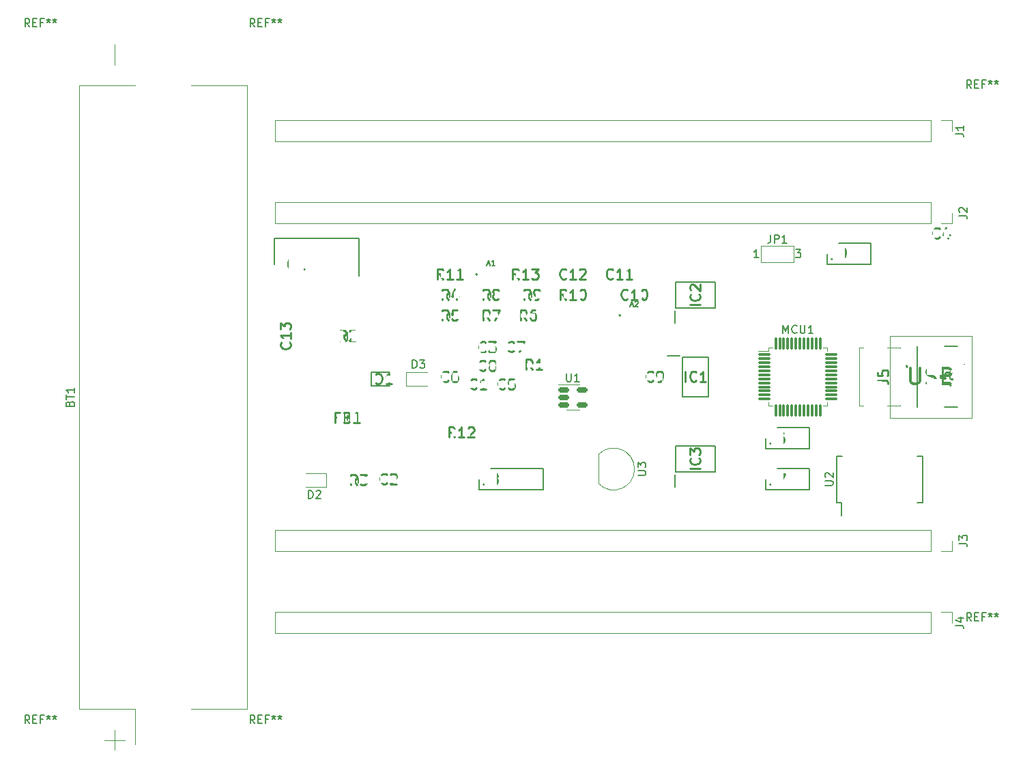
<source format=gto>
G04 #@! TF.GenerationSoftware,KiCad,Pcbnew,(6.0.1)*
G04 #@! TF.CreationDate,2022-04-11T21:44:22+02:00*
G04 #@! TF.ProjectId,main,6d61696e-2e6b-4696-9361-645f70636258,rev?*
G04 #@! TF.SameCoordinates,Original*
G04 #@! TF.FileFunction,Legend,Top*
G04 #@! TF.FilePolarity,Positive*
%FSLAX46Y46*%
G04 Gerber Fmt 4.6, Leading zero omitted, Abs format (unit mm)*
G04 Created by KiCad (PCBNEW (6.0.1)) date 2022-04-11 21:44:22*
%MOMM*%
%LPD*%
G01*
G04 APERTURE LIST*
G04 Aperture macros list*
%AMRoundRect*
0 Rectangle with rounded corners*
0 $1 Rounding radius*
0 $2 $3 $4 $5 $6 $7 $8 $9 X,Y pos of 4 corners*
0 Add a 4 corners polygon primitive as box body*
4,1,4,$2,$3,$4,$5,$6,$7,$8,$9,$2,$3,0*
0 Add four circle primitives for the rounded corners*
1,1,$1+$1,$2,$3*
1,1,$1+$1,$4,$5*
1,1,$1+$1,$6,$7*
1,1,$1+$1,$8,$9*
0 Add four rect primitives between the rounded corners*
20,1,$1+$1,$2,$3,$4,$5,0*
20,1,$1+$1,$4,$5,$6,$7,0*
20,1,$1+$1,$6,$7,$8,$9,0*
20,1,$1+$1,$8,$9,$2,$3,0*%
G04 Aperture macros list end*
%ADD10C,0.100000*%
%ADD11C,0.300000*%
%ADD12C,0.254000*%
%ADD13C,0.150000*%
%ADD14C,0.200000*%
%ADD15C,0.120000*%
%ADD16R,0.900000X1.000000*%
%ADD17R,0.760000X0.980000*%
%ADD18RoundRect,0.150000X-0.512500X-0.150000X0.512500X-0.150000X0.512500X0.150000X-0.512500X0.150000X0*%
%ADD19R,0.730000X0.940000*%
%ADD20R,0.950000X1.400000*%
%ADD21R,1.650000X1.650000*%
%ADD22C,1.650000*%
%ADD23C,2.100000*%
%ADD24R,0.900000X0.950000*%
%ADD25R,0.800000X0.950000*%
%ADD26R,1.380000X0.450000*%
%ADD27R,2.100000X1.300000*%
%ADD28R,1.900000X1.175000*%
%ADD29R,1.900000X2.375000*%
%ADD30R,1.920000X1.920000*%
%ADD31C,1.920000*%
%ADD32R,3.400000X1.800000*%
%ADD33R,1.700000X1.700000*%
%ADD34O,1.700000X1.700000*%
%ADD35R,1.250000X0.400000*%
%ADD36C,1.300000*%
%ADD37C,1.900000*%
%ADD38R,1.350000X0.600000*%
%ADD39R,0.800000X0.800000*%
%ADD40R,1.525000X0.650000*%
%ADD41R,0.600000X0.450000*%
%ADD42RoundRect,0.075000X-0.662500X-0.075000X0.662500X-0.075000X0.662500X0.075000X-0.662500X0.075000X0*%
%ADD43RoundRect,0.075000X-0.075000X-0.662500X0.075000X-0.662500X0.075000X0.662500X-0.075000X0.662500X0*%
%ADD44R,1.000000X1.500000*%
%ADD45R,0.750000X0.600000*%
%ADD46R,0.700000X0.600000*%
%ADD47R,0.450000X1.750000*%
%ADD48R,0.650000X1.525000*%
%ADD49R,0.940000X0.730000*%
%ADD50C,2.390000*%
%ADD51C,3.450000*%
%ADD52R,6.350000X7.340000*%
%ADD53R,1.500000X1.050000*%
%ADD54O,1.500000X1.050000*%
G04 APERTURE END LIST*
D10*
X173982212Y-91440000D02*
X184142212Y-91440000D01*
X184142212Y-91440000D02*
X184142212Y-101600000D01*
X184142212Y-101600000D02*
X173982212Y-101600000D01*
X173982212Y-101600000D02*
X173982212Y-91440000D01*
D11*
X176538402Y-95424761D02*
X176538402Y-97043809D01*
X176633640Y-97234285D01*
X176728878Y-97329523D01*
X176919354Y-97424761D01*
X177300307Y-97424761D01*
X177490783Y-97329523D01*
X177586021Y-97234285D01*
X177681259Y-97043809D01*
X177681259Y-95424761D01*
X178538402Y-97329523D02*
X178824116Y-97424761D01*
X179300307Y-97424761D01*
X179490783Y-97329523D01*
X179586021Y-97234285D01*
X179681259Y-97043809D01*
X179681259Y-96853333D01*
X179586021Y-96662857D01*
X179490783Y-96567619D01*
X179300307Y-96472380D01*
X178919354Y-96377142D01*
X178728878Y-96281904D01*
X178633640Y-96186666D01*
X178538402Y-95996190D01*
X178538402Y-95805714D01*
X178633640Y-95615238D01*
X178728878Y-95520000D01*
X178919354Y-95424761D01*
X179395545Y-95424761D01*
X179681259Y-95520000D01*
X181205069Y-96377142D02*
X181490783Y-96472380D01*
X181586021Y-96567619D01*
X181681259Y-96758095D01*
X181681259Y-97043809D01*
X181586021Y-97234285D01*
X181490783Y-97329523D01*
X181300307Y-97424761D01*
X180538402Y-97424761D01*
X180538402Y-95424761D01*
X181205069Y-95424761D01*
X181395545Y-95520000D01*
X181490783Y-95615238D01*
X181586021Y-95805714D01*
X181586021Y-95996190D01*
X181490783Y-96186666D01*
X181395545Y-96281904D01*
X181205069Y-96377142D01*
X180538402Y-96377142D01*
D12*
X105581666Y-101509285D02*
X105158333Y-101509285D01*
X105158333Y-102174523D02*
X105158333Y-100904523D01*
X105763095Y-100904523D01*
X106670238Y-101509285D02*
X106851666Y-101569761D01*
X106912142Y-101630238D01*
X106972619Y-101751190D01*
X106972619Y-101932619D01*
X106912142Y-102053571D01*
X106851666Y-102114047D01*
X106730714Y-102174523D01*
X106246904Y-102174523D01*
X106246904Y-100904523D01*
X106670238Y-100904523D01*
X106791190Y-100965000D01*
X106851666Y-101025476D01*
X106912142Y-101146428D01*
X106912142Y-101267380D01*
X106851666Y-101388333D01*
X106791190Y-101448809D01*
X106670238Y-101509285D01*
X106246904Y-101509285D01*
X108182142Y-102174523D02*
X107456428Y-102174523D01*
X107819285Y-102174523D02*
X107819285Y-100904523D01*
X107698333Y-101085952D01*
X107577380Y-101206904D01*
X107456428Y-101267380D01*
X119168333Y-96973571D02*
X119107857Y-97034047D01*
X118926428Y-97094523D01*
X118805476Y-97094523D01*
X118624047Y-97034047D01*
X118503095Y-96913095D01*
X118442619Y-96792142D01*
X118382142Y-96550238D01*
X118382142Y-96368809D01*
X118442619Y-96126904D01*
X118503095Y-96005952D01*
X118624047Y-95885000D01*
X118805476Y-95824523D01*
X118926428Y-95824523D01*
X119107857Y-95885000D01*
X119168333Y-95945476D01*
X120256904Y-95824523D02*
X120015000Y-95824523D01*
X119894047Y-95885000D01*
X119833571Y-95945476D01*
X119712619Y-96126904D01*
X119652142Y-96368809D01*
X119652142Y-96852619D01*
X119712619Y-96973571D01*
X119773095Y-97034047D01*
X119894047Y-97094523D01*
X120135952Y-97094523D01*
X120256904Y-97034047D01*
X120317380Y-96973571D01*
X120377857Y-96852619D01*
X120377857Y-96550238D01*
X120317380Y-96429285D01*
X120256904Y-96368809D01*
X120135952Y-96308333D01*
X119894047Y-96308333D01*
X119773095Y-96368809D01*
X119712619Y-96429285D01*
X119652142Y-96550238D01*
D13*
X133858095Y-96112380D02*
X133858095Y-96921904D01*
X133905714Y-97017142D01*
X133953333Y-97064761D01*
X134048571Y-97112380D01*
X134239047Y-97112380D01*
X134334285Y-97064761D01*
X134381904Y-97017142D01*
X134429523Y-96921904D01*
X134429523Y-96112380D01*
X135429523Y-97112380D02*
X134858095Y-97112380D01*
X135143809Y-97112380D02*
X135143809Y-96112380D01*
X135048571Y-96255238D01*
X134953333Y-96350476D01*
X134858095Y-96398095D01*
D12*
X133803571Y-84273571D02*
X133743095Y-84334047D01*
X133561666Y-84394523D01*
X133440714Y-84394523D01*
X133259285Y-84334047D01*
X133138333Y-84213095D01*
X133077857Y-84092142D01*
X133017380Y-83850238D01*
X133017380Y-83668809D01*
X133077857Y-83426904D01*
X133138333Y-83305952D01*
X133259285Y-83185000D01*
X133440714Y-83124523D01*
X133561666Y-83124523D01*
X133743095Y-83185000D01*
X133803571Y-83245476D01*
X135013095Y-84394523D02*
X134287380Y-84394523D01*
X134650238Y-84394523D02*
X134650238Y-83124523D01*
X134529285Y-83305952D01*
X134408333Y-83426904D01*
X134287380Y-83487380D01*
X135496904Y-83245476D02*
X135557380Y-83185000D01*
X135678333Y-83124523D01*
X135980714Y-83124523D01*
X136101666Y-83185000D01*
X136162142Y-83245476D01*
X136222619Y-83366428D01*
X136222619Y-83487380D01*
X136162142Y-83668809D01*
X135436428Y-84394523D01*
X136222619Y-84394523D01*
X106468333Y-92014523D02*
X106045000Y-91409761D01*
X105742619Y-92014523D02*
X105742619Y-90744523D01*
X106226428Y-90744523D01*
X106347380Y-90805000D01*
X106407857Y-90865476D01*
X106468333Y-90986428D01*
X106468333Y-91167857D01*
X106407857Y-91288809D01*
X106347380Y-91349285D01*
X106226428Y-91409761D01*
X105742619Y-91409761D01*
X106952142Y-90865476D02*
X107012619Y-90805000D01*
X107133571Y-90744523D01*
X107435952Y-90744523D01*
X107556904Y-90805000D01*
X107617380Y-90865476D01*
X107677857Y-90986428D01*
X107677857Y-91107380D01*
X107617380Y-91288809D01*
X106891666Y-92014523D01*
X107677857Y-92014523D01*
X124036666Y-108524523D02*
X124036666Y-109431666D01*
X123976190Y-109613095D01*
X123855238Y-109734047D01*
X123673809Y-109794523D01*
X123552857Y-109794523D01*
X124822857Y-109068809D02*
X124701904Y-109008333D01*
X124641428Y-108947857D01*
X124580952Y-108826904D01*
X124580952Y-108766428D01*
X124641428Y-108645476D01*
X124701904Y-108585000D01*
X124822857Y-108524523D01*
X125064761Y-108524523D01*
X125185714Y-108585000D01*
X125246190Y-108645476D01*
X125306666Y-108766428D01*
X125306666Y-108826904D01*
X125246190Y-108947857D01*
X125185714Y-109008333D01*
X125064761Y-109068809D01*
X124822857Y-109068809D01*
X124701904Y-109129285D01*
X124641428Y-109189761D01*
X124580952Y-109310714D01*
X124580952Y-109552619D01*
X124641428Y-109673571D01*
X124701904Y-109734047D01*
X124822857Y-109794523D01*
X125064761Y-109794523D01*
X125185714Y-109734047D01*
X125246190Y-109673571D01*
X125306666Y-109552619D01*
X125306666Y-109310714D01*
X125246190Y-109189761D01*
X125185714Y-109129285D01*
X125064761Y-109068809D01*
D13*
X95186666Y-139492380D02*
X94853333Y-139016190D01*
X94615238Y-139492380D02*
X94615238Y-138492380D01*
X94996190Y-138492380D01*
X95091428Y-138540000D01*
X95139047Y-138587619D01*
X95186666Y-138682857D01*
X95186666Y-138825714D01*
X95139047Y-138920952D01*
X95091428Y-138968571D01*
X94996190Y-139016190D01*
X94615238Y-139016190D01*
X95615238Y-138968571D02*
X95948571Y-138968571D01*
X96091428Y-139492380D02*
X95615238Y-139492380D01*
X95615238Y-138492380D01*
X96091428Y-138492380D01*
X96853333Y-138968571D02*
X96520000Y-138968571D01*
X96520000Y-139492380D02*
X96520000Y-138492380D01*
X96996190Y-138492380D01*
X97520000Y-138492380D02*
X97520000Y-138730476D01*
X97281904Y-138635238D02*
X97520000Y-138730476D01*
X97758095Y-138635238D01*
X97377142Y-138920952D02*
X97520000Y-138730476D01*
X97662857Y-138920952D01*
X98281904Y-138492380D02*
X98281904Y-138730476D01*
X98043809Y-138635238D02*
X98281904Y-138730476D01*
X98520000Y-138635238D01*
X98139047Y-138920952D02*
X98281904Y-138730476D01*
X98424761Y-138920952D01*
D12*
X110252619Y-97379523D02*
X110252619Y-96109523D01*
X110555000Y-96109523D01*
X110736428Y-96170000D01*
X110857380Y-96290952D01*
X110917857Y-96411904D01*
X110978333Y-96653809D01*
X110978333Y-96835238D01*
X110917857Y-97077142D01*
X110857380Y-97198095D01*
X110736428Y-97319047D01*
X110555000Y-97379523D01*
X110252619Y-97379523D01*
X112187857Y-97379523D02*
X111462142Y-97379523D01*
X111825000Y-97379523D02*
X111825000Y-96109523D01*
X111704047Y-96290952D01*
X111583095Y-96411904D01*
X111462142Y-96472380D01*
X119168333Y-89474523D02*
X118745000Y-88869761D01*
X118442619Y-89474523D02*
X118442619Y-88204523D01*
X118926428Y-88204523D01*
X119047380Y-88265000D01*
X119107857Y-88325476D01*
X119168333Y-88446428D01*
X119168333Y-88627857D01*
X119107857Y-88748809D01*
X119047380Y-88809285D01*
X118926428Y-88869761D01*
X118442619Y-88869761D01*
X120317380Y-88204523D02*
X119712619Y-88204523D01*
X119652142Y-88809285D01*
X119712619Y-88748809D01*
X119833571Y-88688333D01*
X120135952Y-88688333D01*
X120256904Y-88748809D01*
X120317380Y-88809285D01*
X120377857Y-88930238D01*
X120377857Y-89232619D01*
X120317380Y-89353571D01*
X120256904Y-89414047D01*
X120135952Y-89474523D01*
X119833571Y-89474523D01*
X119712619Y-89414047D01*
X119652142Y-89353571D01*
D13*
X184086666Y-60752380D02*
X183753333Y-60276190D01*
X183515238Y-60752380D02*
X183515238Y-59752380D01*
X183896190Y-59752380D01*
X183991428Y-59800000D01*
X184039047Y-59847619D01*
X184086666Y-59942857D01*
X184086666Y-60085714D01*
X184039047Y-60180952D01*
X183991428Y-60228571D01*
X183896190Y-60276190D01*
X183515238Y-60276190D01*
X184515238Y-60228571D02*
X184848571Y-60228571D01*
X184991428Y-60752380D02*
X184515238Y-60752380D01*
X184515238Y-59752380D01*
X184991428Y-59752380D01*
X185753333Y-60228571D02*
X185420000Y-60228571D01*
X185420000Y-60752380D02*
X185420000Y-59752380D01*
X185896190Y-59752380D01*
X186420000Y-59752380D02*
X186420000Y-59990476D01*
X186181904Y-59895238D02*
X186420000Y-59990476D01*
X186658095Y-59895238D01*
X186277142Y-60180952D02*
X186420000Y-59990476D01*
X186562857Y-60180952D01*
X187181904Y-59752380D02*
X187181904Y-59990476D01*
X186943809Y-59895238D02*
X187181904Y-59990476D01*
X187420000Y-59895238D01*
X187039047Y-60180952D02*
X187181904Y-59990476D01*
X187324761Y-60180952D01*
D12*
X129328333Y-86934523D02*
X128905000Y-86329761D01*
X128602619Y-86934523D02*
X128602619Y-85664523D01*
X129086428Y-85664523D01*
X129207380Y-85725000D01*
X129267857Y-85785476D01*
X129328333Y-85906428D01*
X129328333Y-86087857D01*
X129267857Y-86208809D01*
X129207380Y-86269285D01*
X129086428Y-86329761D01*
X128602619Y-86329761D01*
X129933095Y-86934523D02*
X130175000Y-86934523D01*
X130295952Y-86874047D01*
X130356428Y-86813571D01*
X130477380Y-86632142D01*
X130537857Y-86390238D01*
X130537857Y-85906428D01*
X130477380Y-85785476D01*
X130416904Y-85725000D01*
X130295952Y-85664523D01*
X130054047Y-85664523D01*
X129933095Y-85725000D01*
X129872619Y-85785476D01*
X129812142Y-85906428D01*
X129812142Y-86208809D01*
X129872619Y-86329761D01*
X129933095Y-86390238D01*
X130054047Y-86450714D01*
X130295952Y-86450714D01*
X130416904Y-86390238D01*
X130477380Y-86329761D01*
X130537857Y-86208809D01*
X180259523Y-97256333D02*
X181166666Y-97256333D01*
X181348095Y-97316809D01*
X181469047Y-97437761D01*
X181529523Y-97619190D01*
X181529523Y-97740142D01*
X180259523Y-96046809D02*
X180259523Y-96651571D01*
X180864285Y-96712047D01*
X180803809Y-96651571D01*
X180743333Y-96530619D01*
X180743333Y-96228238D01*
X180803809Y-96107285D01*
X180864285Y-96046809D01*
X180985238Y-95986333D01*
X181287619Y-95986333D01*
X181408571Y-96046809D01*
X181469047Y-96107285D01*
X181529523Y-96228238D01*
X181529523Y-96530619D01*
X181469047Y-96651571D01*
X181408571Y-96712047D01*
D13*
X67246666Y-53132380D02*
X66913333Y-52656190D01*
X66675238Y-53132380D02*
X66675238Y-52132380D01*
X67056190Y-52132380D01*
X67151428Y-52180000D01*
X67199047Y-52227619D01*
X67246666Y-52322857D01*
X67246666Y-52465714D01*
X67199047Y-52560952D01*
X67151428Y-52608571D01*
X67056190Y-52656190D01*
X66675238Y-52656190D01*
X67675238Y-52608571D02*
X68008571Y-52608571D01*
X68151428Y-53132380D02*
X67675238Y-53132380D01*
X67675238Y-52132380D01*
X68151428Y-52132380D01*
X68913333Y-52608571D02*
X68580000Y-52608571D01*
X68580000Y-53132380D02*
X68580000Y-52132380D01*
X69056190Y-52132380D01*
X69580000Y-52132380D02*
X69580000Y-52370476D01*
X69341904Y-52275238D02*
X69580000Y-52370476D01*
X69818095Y-52275238D01*
X69437142Y-52560952D02*
X69580000Y-52370476D01*
X69722857Y-52560952D01*
X70341904Y-52132380D02*
X70341904Y-52370476D01*
X70103809Y-52275238D02*
X70341904Y-52370476D01*
X70580000Y-52275238D01*
X70199047Y-52560952D02*
X70341904Y-52370476D01*
X70484761Y-52560952D01*
D12*
X100209047Y-83245476D02*
X100088095Y-83185000D01*
X99967142Y-83064047D01*
X99785714Y-82882619D01*
X99664761Y-82822142D01*
X99543809Y-82822142D01*
X99604285Y-83124523D02*
X99483333Y-83064047D01*
X99362380Y-82943095D01*
X99301904Y-82701190D01*
X99301904Y-82277857D01*
X99362380Y-82035952D01*
X99483333Y-81915000D01*
X99604285Y-81854523D01*
X99846190Y-81854523D01*
X99967142Y-81915000D01*
X100088095Y-82035952D01*
X100148571Y-82277857D01*
X100148571Y-82701190D01*
X100088095Y-82943095D01*
X99967142Y-83064047D01*
X99846190Y-83124523D01*
X99604285Y-83124523D01*
X101358095Y-83124523D02*
X100632380Y-83124523D01*
X100995238Y-83124523D02*
X100995238Y-81854523D01*
X100874285Y-82035952D01*
X100753333Y-82156904D01*
X100632380Y-82217380D01*
X126183333Y-97923571D02*
X126122857Y-97984047D01*
X125941428Y-98044523D01*
X125820476Y-98044523D01*
X125639047Y-97984047D01*
X125518095Y-97863095D01*
X125457619Y-97742142D01*
X125397142Y-97500238D01*
X125397142Y-97318809D01*
X125457619Y-97076904D01*
X125518095Y-96955952D01*
X125639047Y-96835000D01*
X125820476Y-96774523D01*
X125941428Y-96774523D01*
X126122857Y-96835000D01*
X126183333Y-96895476D01*
X127332380Y-96774523D02*
X126727619Y-96774523D01*
X126667142Y-97379285D01*
X126727619Y-97318809D01*
X126848571Y-97258333D01*
X127150952Y-97258333D01*
X127271904Y-97318809D01*
X127332380Y-97379285D01*
X127392857Y-97500238D01*
X127392857Y-97802619D01*
X127332380Y-97923571D01*
X127271904Y-97984047D01*
X127150952Y-98044523D01*
X126848571Y-98044523D01*
X126727619Y-97984047D01*
X126667142Y-97923571D01*
X155877380Y-86934523D02*
X156603095Y-86934523D01*
X156240238Y-88204523D02*
X156240238Y-86934523D01*
X157026428Y-88204523D02*
X157026428Y-86934523D01*
X157510238Y-86934523D01*
X157631190Y-86995000D01*
X157691666Y-87055476D01*
X157752142Y-87176428D01*
X157752142Y-87357857D01*
X157691666Y-87478809D01*
X157631190Y-87539285D01*
X157510238Y-87599761D01*
X157026428Y-87599761D01*
X158840714Y-87357857D02*
X158840714Y-88204523D01*
X158538333Y-86874047D02*
X158235952Y-87781190D01*
X159022142Y-87781190D01*
X167216666Y-80584523D02*
X167216666Y-81491666D01*
X167156190Y-81673095D01*
X167035238Y-81794047D01*
X166853809Y-81854523D01*
X166732857Y-81854523D01*
X167881904Y-81854523D02*
X168123809Y-81854523D01*
X168244761Y-81794047D01*
X168305238Y-81733571D01*
X168426190Y-81552142D01*
X168486666Y-81310238D01*
X168486666Y-80826428D01*
X168426190Y-80705476D01*
X168365714Y-80645000D01*
X168244761Y-80584523D01*
X168002857Y-80584523D01*
X167881904Y-80645000D01*
X167821428Y-80705476D01*
X167760952Y-80826428D01*
X167760952Y-81128809D01*
X167821428Y-81249761D01*
X167881904Y-81310238D01*
X168002857Y-81370714D01*
X168244761Y-81370714D01*
X168365714Y-81310238D01*
X168426190Y-81249761D01*
X168486666Y-81128809D01*
D13*
X182562380Y-76533333D02*
X183276666Y-76533333D01*
X183419523Y-76580952D01*
X183514761Y-76676190D01*
X183562380Y-76819047D01*
X183562380Y-76914285D01*
X182657619Y-76104761D02*
X182610000Y-76057142D01*
X182562380Y-75961904D01*
X182562380Y-75723809D01*
X182610000Y-75628571D01*
X182657619Y-75580952D01*
X182752857Y-75533333D01*
X182848095Y-75533333D01*
X182990952Y-75580952D01*
X183562380Y-76152380D01*
X183562380Y-75533333D01*
D12*
X172476735Y-96943333D02*
X173383878Y-96943333D01*
X173565307Y-97003809D01*
X173686259Y-97124761D01*
X173746735Y-97306190D01*
X173746735Y-97427142D01*
X172476735Y-95733809D02*
X172476735Y-96338571D01*
X173081497Y-96399047D01*
X173021021Y-96338571D01*
X172960545Y-96217619D01*
X172960545Y-95915238D01*
X173021021Y-95794285D01*
X173081497Y-95733809D01*
X173202450Y-95673333D01*
X173504831Y-95673333D01*
X173625783Y-95733809D01*
X173686259Y-95794285D01*
X173746735Y-95915238D01*
X173746735Y-96217619D01*
X173686259Y-96338571D01*
X173625783Y-96399047D01*
D13*
X67246666Y-139492380D02*
X66913333Y-139016190D01*
X66675238Y-139492380D02*
X66675238Y-138492380D01*
X67056190Y-138492380D01*
X67151428Y-138540000D01*
X67199047Y-138587619D01*
X67246666Y-138682857D01*
X67246666Y-138825714D01*
X67199047Y-138920952D01*
X67151428Y-138968571D01*
X67056190Y-139016190D01*
X66675238Y-139016190D01*
X67675238Y-138968571D02*
X68008571Y-138968571D01*
X68151428Y-139492380D02*
X67675238Y-139492380D01*
X67675238Y-138492380D01*
X68151428Y-138492380D01*
X68913333Y-138968571D02*
X68580000Y-138968571D01*
X68580000Y-139492380D02*
X68580000Y-138492380D01*
X69056190Y-138492380D01*
X69580000Y-138492380D02*
X69580000Y-138730476D01*
X69341904Y-138635238D02*
X69580000Y-138730476D01*
X69818095Y-138635238D01*
X69437142Y-138920952D02*
X69580000Y-138730476D01*
X69722857Y-138920952D01*
X70341904Y-138492380D02*
X70341904Y-138730476D01*
X70103809Y-138635238D02*
X70341904Y-138730476D01*
X70580000Y-138635238D01*
X70199047Y-138920952D02*
X70341904Y-138730476D01*
X70484761Y-138920952D01*
X141814857Y-87600266D02*
X142119619Y-87600266D01*
X141753904Y-87783123D02*
X141967238Y-87143123D01*
X142180571Y-87783123D01*
X142363428Y-87204076D02*
X142393904Y-87173600D01*
X142454857Y-87143123D01*
X142607238Y-87143123D01*
X142668190Y-87173600D01*
X142698666Y-87204076D01*
X142729142Y-87265028D01*
X142729142Y-87325980D01*
X142698666Y-87417409D01*
X142332952Y-87783123D01*
X142729142Y-87783123D01*
D12*
X180128333Y-79193571D02*
X180067857Y-79254047D01*
X179886428Y-79314523D01*
X179765476Y-79314523D01*
X179584047Y-79254047D01*
X179463095Y-79133095D01*
X179402619Y-79012142D01*
X179342142Y-78770238D01*
X179342142Y-78588809D01*
X179402619Y-78346904D01*
X179463095Y-78225952D01*
X179584047Y-78105000D01*
X179765476Y-78044523D01*
X179886428Y-78044523D01*
X180067857Y-78105000D01*
X180128333Y-78165476D01*
X181216904Y-78467857D02*
X181216904Y-79314523D01*
X180914523Y-77984047D02*
X180612142Y-78891190D01*
X181398333Y-78891190D01*
X148620238Y-97094523D02*
X148620238Y-95824523D01*
X149950714Y-96973571D02*
X149890238Y-97034047D01*
X149708809Y-97094523D01*
X149587857Y-97094523D01*
X149406428Y-97034047D01*
X149285476Y-96913095D01*
X149225000Y-96792142D01*
X149164523Y-96550238D01*
X149164523Y-96368809D01*
X149225000Y-96126904D01*
X149285476Y-96005952D01*
X149406428Y-95885000D01*
X149587857Y-95824523D01*
X149708809Y-95824523D01*
X149890238Y-95885000D01*
X149950714Y-95945476D01*
X151160238Y-97094523D02*
X150434523Y-97094523D01*
X150797380Y-97094523D02*
X150797380Y-95824523D01*
X150676428Y-96005952D01*
X150555476Y-96126904D01*
X150434523Y-96187380D01*
D13*
X101836904Y-111602380D02*
X101836904Y-110602380D01*
X102075000Y-110602380D01*
X102217857Y-110650000D01*
X102313095Y-110745238D01*
X102360714Y-110840476D01*
X102408333Y-111030952D01*
X102408333Y-111173809D01*
X102360714Y-111364285D01*
X102313095Y-111459523D01*
X102217857Y-111554761D01*
X102075000Y-111602380D01*
X101836904Y-111602380D01*
X102789285Y-110697619D02*
X102836904Y-110650000D01*
X102932142Y-110602380D01*
X103170238Y-110602380D01*
X103265476Y-110650000D01*
X103313095Y-110697619D01*
X103360714Y-110792857D01*
X103360714Y-110888095D01*
X103313095Y-111030952D01*
X102741666Y-111602380D01*
X103360714Y-111602380D01*
X160726666Y-91122380D02*
X160726666Y-90122380D01*
X161060000Y-90836666D01*
X161393333Y-90122380D01*
X161393333Y-91122380D01*
X162440952Y-91027142D02*
X162393333Y-91074761D01*
X162250476Y-91122380D01*
X162155238Y-91122380D01*
X162012380Y-91074761D01*
X161917142Y-90979523D01*
X161869523Y-90884285D01*
X161821904Y-90693809D01*
X161821904Y-90550952D01*
X161869523Y-90360476D01*
X161917142Y-90265238D01*
X162012380Y-90170000D01*
X162155238Y-90122380D01*
X162250476Y-90122380D01*
X162393333Y-90170000D01*
X162440952Y-90217619D01*
X162869523Y-90122380D02*
X162869523Y-90931904D01*
X162917142Y-91027142D01*
X162964761Y-91074761D01*
X163060000Y-91122380D01*
X163250476Y-91122380D01*
X163345714Y-91074761D01*
X163393333Y-91027142D01*
X163440952Y-90931904D01*
X163440952Y-90122380D01*
X164440952Y-91122380D02*
X163869523Y-91122380D01*
X164155238Y-91122380D02*
X164155238Y-90122380D01*
X164060000Y-90265238D01*
X163964761Y-90360476D01*
X163869523Y-90408095D01*
D12*
X154607380Y-104714523D02*
X155333095Y-104714523D01*
X154970238Y-105984523D02*
X154970238Y-104714523D01*
X155756428Y-105984523D02*
X155756428Y-104714523D01*
X156240238Y-104714523D01*
X156361190Y-104775000D01*
X156421666Y-104835476D01*
X156482142Y-104956428D01*
X156482142Y-105137857D01*
X156421666Y-105258809D01*
X156361190Y-105319285D01*
X156240238Y-105379761D01*
X155756428Y-105379761D01*
X157086904Y-105984523D02*
X157328809Y-105984523D01*
X157449761Y-105924047D01*
X157510238Y-105863571D01*
X157631190Y-105682142D01*
X157691666Y-105440238D01*
X157691666Y-104956428D01*
X157631190Y-104835476D01*
X157570714Y-104775000D01*
X157449761Y-104714523D01*
X157207857Y-104714523D01*
X157086904Y-104775000D01*
X157026428Y-104835476D01*
X156965952Y-104956428D01*
X156965952Y-105258809D01*
X157026428Y-105379761D01*
X157086904Y-105440238D01*
X157207857Y-105500714D01*
X157449761Y-105500714D01*
X157570714Y-105440238D01*
X157631190Y-105379761D01*
X157691666Y-105258809D01*
D13*
X124034857Y-82520266D02*
X124339619Y-82520266D01*
X123973904Y-82703123D02*
X124187238Y-82063123D01*
X124400571Y-82703123D01*
X124949142Y-82703123D02*
X124583428Y-82703123D01*
X124766285Y-82703123D02*
X124766285Y-82063123D01*
X124705333Y-82154552D01*
X124644380Y-82215504D01*
X124583428Y-82245980D01*
D12*
X119973571Y-104024523D02*
X119550238Y-103419761D01*
X119247857Y-104024523D02*
X119247857Y-102754523D01*
X119731666Y-102754523D01*
X119852619Y-102815000D01*
X119913095Y-102875476D01*
X119973571Y-102996428D01*
X119973571Y-103177857D01*
X119913095Y-103298809D01*
X119852619Y-103359285D01*
X119731666Y-103419761D01*
X119247857Y-103419761D01*
X121183095Y-104024523D02*
X120457380Y-104024523D01*
X120820238Y-104024523D02*
X120820238Y-102754523D01*
X120699285Y-102935952D01*
X120578333Y-103056904D01*
X120457380Y-103117380D01*
X121666904Y-102875476D02*
X121727380Y-102815000D01*
X121848333Y-102754523D01*
X122150714Y-102754523D01*
X122271666Y-102815000D01*
X122332142Y-102875476D01*
X122392619Y-102996428D01*
X122392619Y-103117380D01*
X122332142Y-103298809D01*
X121606428Y-104024523D01*
X122392619Y-104024523D01*
D13*
X114751904Y-95432380D02*
X114751904Y-94432380D01*
X114990000Y-94432380D01*
X115132857Y-94480000D01*
X115228095Y-94575238D01*
X115275714Y-94670476D01*
X115323333Y-94860952D01*
X115323333Y-95003809D01*
X115275714Y-95194285D01*
X115228095Y-95289523D01*
X115132857Y-95384761D01*
X114990000Y-95432380D01*
X114751904Y-95432380D01*
X115656666Y-94432380D02*
X116275714Y-94432380D01*
X115942380Y-94813333D01*
X116085238Y-94813333D01*
X116180476Y-94860952D01*
X116228095Y-94908571D01*
X116275714Y-95003809D01*
X116275714Y-95241904D01*
X116228095Y-95337142D01*
X116180476Y-95384761D01*
X116085238Y-95432380D01*
X115799523Y-95432380D01*
X115704285Y-95384761D01*
X115656666Y-95337142D01*
D12*
X159596666Y-108524523D02*
X159596666Y-109431666D01*
X159536190Y-109613095D01*
X159415238Y-109734047D01*
X159233809Y-109794523D01*
X159112857Y-109794523D01*
X160080476Y-108524523D02*
X160927142Y-108524523D01*
X160382857Y-109794523D01*
X159596666Y-103444523D02*
X159596666Y-104351666D01*
X159536190Y-104533095D01*
X159415238Y-104654047D01*
X159233809Y-104714523D01*
X159112857Y-104714523D01*
X160745714Y-103444523D02*
X160503809Y-103444523D01*
X160382857Y-103505000D01*
X160322380Y-103565476D01*
X160201428Y-103746904D01*
X160140952Y-103988809D01*
X160140952Y-104472619D01*
X160201428Y-104593571D01*
X160261904Y-104654047D01*
X160382857Y-104714523D01*
X160624761Y-104714523D01*
X160745714Y-104654047D01*
X160806190Y-104593571D01*
X160866666Y-104472619D01*
X160866666Y-104170238D01*
X160806190Y-104049285D01*
X160745714Y-103988809D01*
X160624761Y-103928333D01*
X160382857Y-103928333D01*
X160261904Y-103988809D01*
X160201428Y-104049285D01*
X160140952Y-104170238D01*
X139593571Y-84273571D02*
X139533095Y-84334047D01*
X139351666Y-84394523D01*
X139230714Y-84394523D01*
X139049285Y-84334047D01*
X138928333Y-84213095D01*
X138867857Y-84092142D01*
X138807380Y-83850238D01*
X138807380Y-83668809D01*
X138867857Y-83426904D01*
X138928333Y-83305952D01*
X139049285Y-83185000D01*
X139230714Y-83124523D01*
X139351666Y-83124523D01*
X139533095Y-83185000D01*
X139593571Y-83245476D01*
X140803095Y-84394523D02*
X140077380Y-84394523D01*
X140440238Y-84394523D02*
X140440238Y-83124523D01*
X140319285Y-83305952D01*
X140198333Y-83426904D01*
X140077380Y-83487380D01*
X142012619Y-84394523D02*
X141286904Y-84394523D01*
X141649761Y-84394523D02*
X141649761Y-83124523D01*
X141528809Y-83305952D01*
X141407857Y-83426904D01*
X141286904Y-83487380D01*
D13*
X182122380Y-66373333D02*
X182836666Y-66373333D01*
X182979523Y-66420952D01*
X183074761Y-66516190D01*
X183122380Y-66659047D01*
X183122380Y-66754285D01*
X183122380Y-65373333D02*
X183122380Y-65944761D01*
X183122380Y-65659047D02*
X182122380Y-65659047D01*
X182265238Y-65754285D01*
X182360476Y-65849523D01*
X182408095Y-65944761D01*
D12*
X144568333Y-96973571D02*
X144507857Y-97034047D01*
X144326428Y-97094523D01*
X144205476Y-97094523D01*
X144024047Y-97034047D01*
X143903095Y-96913095D01*
X143842619Y-96792142D01*
X143782142Y-96550238D01*
X143782142Y-96368809D01*
X143842619Y-96126904D01*
X143903095Y-96005952D01*
X144024047Y-95885000D01*
X144205476Y-95824523D01*
X144326428Y-95824523D01*
X144507857Y-95885000D01*
X144568333Y-95945476D01*
X145173095Y-97094523D02*
X145415000Y-97094523D01*
X145535952Y-97034047D01*
X145596428Y-96973571D01*
X145717380Y-96792142D01*
X145777857Y-96550238D01*
X145777857Y-96066428D01*
X145717380Y-95945476D01*
X145656904Y-95885000D01*
X145535952Y-95824523D01*
X145294047Y-95824523D01*
X145173095Y-95885000D01*
X145112619Y-95945476D01*
X145052142Y-96066428D01*
X145052142Y-96368809D01*
X145112619Y-96489761D01*
X145173095Y-96550238D01*
X145294047Y-96610714D01*
X145535952Y-96610714D01*
X145656904Y-96550238D01*
X145717380Y-96489761D01*
X145777857Y-96368809D01*
X127923571Y-84394523D02*
X127500238Y-83789761D01*
X127197857Y-84394523D02*
X127197857Y-83124523D01*
X127681666Y-83124523D01*
X127802619Y-83185000D01*
X127863095Y-83245476D01*
X127923571Y-83366428D01*
X127923571Y-83547857D01*
X127863095Y-83668809D01*
X127802619Y-83729285D01*
X127681666Y-83789761D01*
X127197857Y-83789761D01*
X129133095Y-84394523D02*
X128407380Y-84394523D01*
X128770238Y-84394523D02*
X128770238Y-83124523D01*
X128649285Y-83305952D01*
X128528333Y-83426904D01*
X128407380Y-83487380D01*
X129556428Y-83124523D02*
X130342619Y-83124523D01*
X129919285Y-83608333D01*
X130100714Y-83608333D01*
X130221666Y-83668809D01*
X130282142Y-83729285D01*
X130342619Y-83850238D01*
X130342619Y-84152619D01*
X130282142Y-84273571D01*
X130221666Y-84334047D01*
X130100714Y-84394523D01*
X129737857Y-84394523D01*
X129616904Y-84334047D01*
X129556428Y-84273571D01*
X122683333Y-97923571D02*
X122622857Y-97984047D01*
X122441428Y-98044523D01*
X122320476Y-98044523D01*
X122139047Y-97984047D01*
X122018095Y-97863095D01*
X121957619Y-97742142D01*
X121897142Y-97500238D01*
X121897142Y-97318809D01*
X121957619Y-97076904D01*
X122018095Y-96955952D01*
X122139047Y-96835000D01*
X122320476Y-96774523D01*
X122441428Y-96774523D01*
X122622857Y-96835000D01*
X122683333Y-96895476D01*
X123892857Y-98044523D02*
X123167142Y-98044523D01*
X123530000Y-98044523D02*
X123530000Y-96774523D01*
X123409047Y-96955952D01*
X123288095Y-97076904D01*
X123167142Y-97137380D01*
D13*
X159186666Y-78932380D02*
X159186666Y-79646666D01*
X159139047Y-79789523D01*
X159043809Y-79884761D01*
X158900952Y-79932380D01*
X158805714Y-79932380D01*
X159662857Y-79932380D02*
X159662857Y-78932380D01*
X160043809Y-78932380D01*
X160139047Y-78980000D01*
X160186666Y-79027619D01*
X160234285Y-79122857D01*
X160234285Y-79265714D01*
X160186666Y-79360952D01*
X160139047Y-79408571D01*
X160043809Y-79456190D01*
X159662857Y-79456190D01*
X161186666Y-79932380D02*
X160615238Y-79932380D01*
X160900952Y-79932380D02*
X160900952Y-78932380D01*
X160805714Y-79075238D01*
X160710476Y-79170476D01*
X160615238Y-79218095D01*
X157705714Y-81732380D02*
X157134285Y-81732380D01*
X157420000Y-81732380D02*
X157420000Y-80732380D01*
X157324761Y-80875238D01*
X157229523Y-80970476D01*
X157134285Y-81018095D01*
X162286666Y-80732380D02*
X162905714Y-80732380D01*
X162572380Y-81113333D01*
X162715238Y-81113333D01*
X162810476Y-81160952D01*
X162858095Y-81208571D01*
X162905714Y-81303809D01*
X162905714Y-81541904D01*
X162858095Y-81637142D01*
X162810476Y-81684761D01*
X162715238Y-81732380D01*
X162429523Y-81732380D01*
X162334285Y-81684761D01*
X162286666Y-81637142D01*
D12*
X119168333Y-86934523D02*
X118745000Y-86329761D01*
X118442619Y-86934523D02*
X118442619Y-85664523D01*
X118926428Y-85664523D01*
X119047380Y-85725000D01*
X119107857Y-85785476D01*
X119168333Y-85906428D01*
X119168333Y-86087857D01*
X119107857Y-86208809D01*
X119047380Y-86269285D01*
X118926428Y-86329761D01*
X118442619Y-86329761D01*
X120256904Y-86087857D02*
X120256904Y-86934523D01*
X119954523Y-85604047D02*
X119652142Y-86511190D01*
X120438333Y-86511190D01*
X128873333Y-89474523D02*
X128450000Y-88869761D01*
X128147619Y-89474523D02*
X128147619Y-88204523D01*
X128631428Y-88204523D01*
X128752380Y-88265000D01*
X128812857Y-88325476D01*
X128873333Y-88446428D01*
X128873333Y-88627857D01*
X128812857Y-88748809D01*
X128752380Y-88809285D01*
X128631428Y-88869761D01*
X128147619Y-88869761D01*
X129961904Y-88204523D02*
X129720000Y-88204523D01*
X129599047Y-88265000D01*
X129538571Y-88325476D01*
X129417619Y-88506904D01*
X129357142Y-88748809D01*
X129357142Y-89232619D01*
X129417619Y-89353571D01*
X129478095Y-89414047D01*
X129599047Y-89474523D01*
X129840952Y-89474523D01*
X129961904Y-89414047D01*
X130022380Y-89353571D01*
X130082857Y-89232619D01*
X130082857Y-88930238D01*
X130022380Y-88809285D01*
X129961904Y-88748809D01*
X129840952Y-88688333D01*
X129599047Y-88688333D01*
X129478095Y-88748809D01*
X129417619Y-88809285D01*
X129357142Y-88930238D01*
X133803571Y-86934523D02*
X133380238Y-86329761D01*
X133077857Y-86934523D02*
X133077857Y-85664523D01*
X133561666Y-85664523D01*
X133682619Y-85725000D01*
X133743095Y-85785476D01*
X133803571Y-85906428D01*
X133803571Y-86087857D01*
X133743095Y-86208809D01*
X133682619Y-86269285D01*
X133561666Y-86329761D01*
X133077857Y-86329761D01*
X135013095Y-86934523D02*
X134287380Y-86934523D01*
X134650238Y-86934523D02*
X134650238Y-85664523D01*
X134529285Y-85845952D01*
X134408333Y-85966904D01*
X134287380Y-86027380D01*
X135799285Y-85664523D02*
X135920238Y-85664523D01*
X136041190Y-85725000D01*
X136101666Y-85785476D01*
X136162142Y-85906428D01*
X136222619Y-86148333D01*
X136222619Y-86450714D01*
X136162142Y-86692619D01*
X136101666Y-86813571D01*
X136041190Y-86874047D01*
X135920238Y-86934523D01*
X135799285Y-86934523D01*
X135678333Y-86874047D01*
X135617857Y-86813571D01*
X135557380Y-86692619D01*
X135496904Y-86450714D01*
X135496904Y-86148333D01*
X135557380Y-85906428D01*
X135617857Y-85785476D01*
X135678333Y-85725000D01*
X135799285Y-85664523D01*
X123808333Y-93323571D02*
X123747857Y-93384047D01*
X123566428Y-93444523D01*
X123445476Y-93444523D01*
X123264047Y-93384047D01*
X123143095Y-93263095D01*
X123082619Y-93142142D01*
X123022142Y-92900238D01*
X123022142Y-92718809D01*
X123082619Y-92476904D01*
X123143095Y-92355952D01*
X123264047Y-92235000D01*
X123445476Y-92174523D01*
X123566428Y-92174523D01*
X123747857Y-92235000D01*
X123808333Y-92295476D01*
X124231666Y-92174523D02*
X125017857Y-92174523D01*
X124594523Y-92658333D01*
X124775952Y-92658333D01*
X124896904Y-92718809D01*
X124957380Y-92779285D01*
X125017857Y-92900238D01*
X125017857Y-93202619D01*
X124957380Y-93323571D01*
X124896904Y-93384047D01*
X124775952Y-93444523D01*
X124413095Y-93444523D01*
X124292142Y-93384047D01*
X124231666Y-93323571D01*
X127323333Y-93303571D02*
X127262857Y-93364047D01*
X127081428Y-93424523D01*
X126960476Y-93424523D01*
X126779047Y-93364047D01*
X126658095Y-93243095D01*
X126597619Y-93122142D01*
X126537142Y-92880238D01*
X126537142Y-92698809D01*
X126597619Y-92456904D01*
X126658095Y-92335952D01*
X126779047Y-92215000D01*
X126960476Y-92154523D01*
X127081428Y-92154523D01*
X127262857Y-92215000D01*
X127323333Y-92275476D01*
X127746666Y-92154523D02*
X128593333Y-92154523D01*
X128049047Y-93424523D01*
X111548333Y-109673571D02*
X111487857Y-109734047D01*
X111306428Y-109794523D01*
X111185476Y-109794523D01*
X111004047Y-109734047D01*
X110883095Y-109613095D01*
X110822619Y-109492142D01*
X110762142Y-109250238D01*
X110762142Y-109068809D01*
X110822619Y-108826904D01*
X110883095Y-108705952D01*
X111004047Y-108585000D01*
X111185476Y-108524523D01*
X111306428Y-108524523D01*
X111487857Y-108585000D01*
X111548333Y-108645476D01*
X112032142Y-108645476D02*
X112092619Y-108585000D01*
X112213571Y-108524523D01*
X112515952Y-108524523D01*
X112636904Y-108585000D01*
X112697380Y-108645476D01*
X112757857Y-108766428D01*
X112757857Y-108887380D01*
X112697380Y-109068809D01*
X111971666Y-109794523D01*
X112757857Y-109794523D01*
X129608333Y-95644523D02*
X129185000Y-95039761D01*
X128882619Y-95644523D02*
X128882619Y-94374523D01*
X129366428Y-94374523D01*
X129487380Y-94435000D01*
X129547857Y-94495476D01*
X129608333Y-94616428D01*
X129608333Y-94797857D01*
X129547857Y-94918809D01*
X129487380Y-94979285D01*
X129366428Y-95039761D01*
X128882619Y-95039761D01*
X130817857Y-95644523D02*
X130092142Y-95644523D01*
X130455000Y-95644523D02*
X130455000Y-94374523D01*
X130334047Y-94555952D01*
X130213095Y-94676904D01*
X130092142Y-94737380D01*
D13*
X184086666Y-126792380D02*
X183753333Y-126316190D01*
X183515238Y-126792380D02*
X183515238Y-125792380D01*
X183896190Y-125792380D01*
X183991428Y-125840000D01*
X184039047Y-125887619D01*
X184086666Y-125982857D01*
X184086666Y-126125714D01*
X184039047Y-126220952D01*
X183991428Y-126268571D01*
X183896190Y-126316190D01*
X183515238Y-126316190D01*
X184515238Y-126268571D02*
X184848571Y-126268571D01*
X184991428Y-126792380D02*
X184515238Y-126792380D01*
X184515238Y-125792380D01*
X184991428Y-125792380D01*
X185753333Y-126268571D02*
X185420000Y-126268571D01*
X185420000Y-126792380D02*
X185420000Y-125792380D01*
X185896190Y-125792380D01*
X186420000Y-125792380D02*
X186420000Y-126030476D01*
X186181904Y-125935238D02*
X186420000Y-126030476D01*
X186658095Y-125935238D01*
X186277142Y-126220952D02*
X186420000Y-126030476D01*
X186562857Y-126220952D01*
X187181904Y-125792380D02*
X187181904Y-126030476D01*
X186943809Y-125935238D02*
X187181904Y-126030476D01*
X187420000Y-125935238D01*
X187039047Y-126220952D02*
X187181904Y-126030476D01*
X187324761Y-126220952D01*
X182122380Y-127333333D02*
X182836666Y-127333333D01*
X182979523Y-127380952D01*
X183074761Y-127476190D01*
X183122380Y-127619047D01*
X183122380Y-127714285D01*
X182455714Y-126428571D02*
X183122380Y-126428571D01*
X182074761Y-126666666D02*
X182789047Y-126904761D01*
X182789047Y-126285714D01*
D12*
X143177380Y-90744523D02*
X143903095Y-90744523D01*
X143540238Y-92014523D02*
X143540238Y-90744523D01*
X144326428Y-92014523D02*
X144326428Y-90744523D01*
X144810238Y-90744523D01*
X144931190Y-90805000D01*
X144991666Y-90865476D01*
X145052142Y-90986428D01*
X145052142Y-91167857D01*
X144991666Y-91288809D01*
X144931190Y-91349285D01*
X144810238Y-91409761D01*
X144326428Y-91409761D01*
X146201190Y-90744523D02*
X145596428Y-90744523D01*
X145535952Y-91349285D01*
X145596428Y-91288809D01*
X145717380Y-91228333D01*
X146019761Y-91228333D01*
X146140714Y-91288809D01*
X146201190Y-91349285D01*
X146261666Y-91470238D01*
X146261666Y-91772619D01*
X146201190Y-91893571D01*
X146140714Y-91954047D01*
X146019761Y-92014523D01*
X145717380Y-92014523D01*
X145596428Y-91954047D01*
X145535952Y-91893571D01*
D13*
X165922380Y-109981904D02*
X166731904Y-109981904D01*
X166827142Y-109934285D01*
X166874761Y-109886666D01*
X166922380Y-109791428D01*
X166922380Y-109600952D01*
X166874761Y-109505714D01*
X166827142Y-109458095D01*
X166731904Y-109410476D01*
X165922380Y-109410476D01*
X166017619Y-108981904D02*
X165970000Y-108934285D01*
X165922380Y-108839047D01*
X165922380Y-108600952D01*
X165970000Y-108505714D01*
X166017619Y-108458095D01*
X166112857Y-108410476D01*
X166208095Y-108410476D01*
X166350952Y-108458095D01*
X166922380Y-109029523D01*
X166922380Y-108410476D01*
X95186666Y-53132380D02*
X94853333Y-52656190D01*
X94615238Y-53132380D02*
X94615238Y-52132380D01*
X94996190Y-52132380D01*
X95091428Y-52180000D01*
X95139047Y-52227619D01*
X95186666Y-52322857D01*
X95186666Y-52465714D01*
X95139047Y-52560952D01*
X95091428Y-52608571D01*
X94996190Y-52656190D01*
X94615238Y-52656190D01*
X95615238Y-52608571D02*
X95948571Y-52608571D01*
X96091428Y-53132380D02*
X95615238Y-53132380D01*
X95615238Y-52132380D01*
X96091428Y-52132380D01*
X96853333Y-52608571D02*
X96520000Y-52608571D01*
X96520000Y-53132380D02*
X96520000Y-52132380D01*
X96996190Y-52132380D01*
X97520000Y-52132380D02*
X97520000Y-52370476D01*
X97281904Y-52275238D02*
X97520000Y-52370476D01*
X97758095Y-52275238D01*
X97377142Y-52560952D02*
X97520000Y-52370476D01*
X97662857Y-52560952D01*
X98281904Y-52132380D02*
X98281904Y-52370476D01*
X98043809Y-52275238D02*
X98281904Y-52370476D01*
X98520000Y-52275238D01*
X98139047Y-52560952D02*
X98281904Y-52370476D01*
X98424761Y-52560952D01*
X182562380Y-117173333D02*
X183276666Y-117173333D01*
X183419523Y-117220952D01*
X183514761Y-117316190D01*
X183562380Y-117459047D01*
X183562380Y-117554285D01*
X182562380Y-116792380D02*
X182562380Y-116173333D01*
X182943333Y-116506666D01*
X182943333Y-116363809D01*
X182990952Y-116268571D01*
X183038571Y-116220952D01*
X183133809Y-116173333D01*
X183371904Y-116173333D01*
X183467142Y-116220952D01*
X183514761Y-116268571D01*
X183562380Y-116363809D01*
X183562380Y-116649523D01*
X183514761Y-116744761D01*
X183467142Y-116792380D01*
D12*
X178737380Y-81854523D02*
X179463095Y-81854523D01*
X179100238Y-83124523D02*
X179100238Y-81854523D01*
X179886428Y-83124523D02*
X179886428Y-81854523D01*
X180370238Y-81854523D01*
X180491190Y-81915000D01*
X180551666Y-81975476D01*
X180612142Y-82096428D01*
X180612142Y-82277857D01*
X180551666Y-82398809D01*
X180491190Y-82459285D01*
X180370238Y-82519761D01*
X179886428Y-82519761D01*
X181095952Y-81975476D02*
X181156428Y-81915000D01*
X181277380Y-81854523D01*
X181579761Y-81854523D01*
X181700714Y-81915000D01*
X181761190Y-81975476D01*
X181821666Y-82096428D01*
X181821666Y-82217380D01*
X181761190Y-82398809D01*
X181035476Y-83124523D01*
X181821666Y-83124523D01*
X124248333Y-89474523D02*
X123825000Y-88869761D01*
X123522619Y-89474523D02*
X123522619Y-88204523D01*
X124006428Y-88204523D01*
X124127380Y-88265000D01*
X124187857Y-88325476D01*
X124248333Y-88446428D01*
X124248333Y-88627857D01*
X124187857Y-88748809D01*
X124127380Y-88809285D01*
X124006428Y-88869761D01*
X123522619Y-88869761D01*
X124671666Y-88204523D02*
X125518333Y-88204523D01*
X124974047Y-89474523D01*
X154607380Y-108524523D02*
X155333095Y-108524523D01*
X154970238Y-109794523D02*
X154970238Y-108524523D01*
X155756428Y-109794523D02*
X155756428Y-108524523D01*
X156240238Y-108524523D01*
X156361190Y-108585000D01*
X156421666Y-108645476D01*
X156482142Y-108766428D01*
X156482142Y-108947857D01*
X156421666Y-109068809D01*
X156361190Y-109129285D01*
X156240238Y-109189761D01*
X155756428Y-109189761D01*
X157207857Y-109068809D02*
X157086904Y-109008333D01*
X157026428Y-108947857D01*
X156965952Y-108826904D01*
X156965952Y-108766428D01*
X157026428Y-108645476D01*
X157086904Y-108585000D01*
X157207857Y-108524523D01*
X157449761Y-108524523D01*
X157570714Y-108585000D01*
X157631190Y-108645476D01*
X157691666Y-108766428D01*
X157691666Y-108826904D01*
X157631190Y-108947857D01*
X157570714Y-109008333D01*
X157449761Y-109068809D01*
X157207857Y-109068809D01*
X157086904Y-109129285D01*
X157026428Y-109189761D01*
X156965952Y-109310714D01*
X156965952Y-109552619D01*
X157026428Y-109673571D01*
X157086904Y-109734047D01*
X157207857Y-109794523D01*
X157449761Y-109794523D01*
X157570714Y-109734047D01*
X157631190Y-109673571D01*
X157691666Y-109552619D01*
X157691666Y-109310714D01*
X157631190Y-109189761D01*
X157570714Y-109129285D01*
X157449761Y-109068809D01*
X123793333Y-95633571D02*
X123732857Y-95694047D01*
X123551428Y-95754523D01*
X123430476Y-95754523D01*
X123249047Y-95694047D01*
X123128095Y-95573095D01*
X123067619Y-95452142D01*
X123007142Y-95210238D01*
X123007142Y-95028809D01*
X123067619Y-94786904D01*
X123128095Y-94665952D01*
X123249047Y-94545000D01*
X123430476Y-94484523D01*
X123551428Y-94484523D01*
X123732857Y-94545000D01*
X123793333Y-94605476D01*
X124519047Y-95028809D02*
X124398095Y-94968333D01*
X124337619Y-94907857D01*
X124277142Y-94786904D01*
X124277142Y-94726428D01*
X124337619Y-94605476D01*
X124398095Y-94545000D01*
X124519047Y-94484523D01*
X124760952Y-94484523D01*
X124881904Y-94545000D01*
X124942380Y-94605476D01*
X125002857Y-94726428D01*
X125002857Y-94786904D01*
X124942380Y-94907857D01*
X124881904Y-94968333D01*
X124760952Y-95028809D01*
X124519047Y-95028809D01*
X124398095Y-95089285D01*
X124337619Y-95149761D01*
X124277142Y-95270714D01*
X124277142Y-95512619D01*
X124337619Y-95633571D01*
X124398095Y-95694047D01*
X124519047Y-95754523D01*
X124760952Y-95754523D01*
X124881904Y-95694047D01*
X124942380Y-95633571D01*
X125002857Y-95512619D01*
X125002857Y-95270714D01*
X124942380Y-95149761D01*
X124881904Y-95089285D01*
X124760952Y-95028809D01*
X133017380Y-108524523D02*
X133743095Y-108524523D01*
X133380238Y-109794523D02*
X133380238Y-108524523D01*
X134166428Y-109794523D02*
X134166428Y-108524523D01*
X134650238Y-108524523D01*
X134771190Y-108585000D01*
X134831666Y-108645476D01*
X134892142Y-108766428D01*
X134892142Y-108947857D01*
X134831666Y-109068809D01*
X134771190Y-109129285D01*
X134650238Y-109189761D01*
X134166428Y-109189761D01*
X135315476Y-108524523D02*
X136101666Y-108524523D01*
X135678333Y-109008333D01*
X135859761Y-109008333D01*
X135980714Y-109068809D01*
X136041190Y-109129285D01*
X136101666Y-109250238D01*
X136101666Y-109552619D01*
X136041190Y-109673571D01*
X135980714Y-109734047D01*
X135859761Y-109794523D01*
X135496904Y-109794523D01*
X135375952Y-109734047D01*
X135315476Y-109673571D01*
X178737380Y-85664523D02*
X179463095Y-85664523D01*
X179100238Y-86934523D02*
X179100238Y-85664523D01*
X179886428Y-86934523D02*
X179886428Y-85664523D01*
X180370238Y-85664523D01*
X180491190Y-85725000D01*
X180551666Y-85785476D01*
X180612142Y-85906428D01*
X180612142Y-86087857D01*
X180551666Y-86208809D01*
X180491190Y-86269285D01*
X180370238Y-86329761D01*
X179886428Y-86329761D01*
X181821666Y-86934523D02*
X181095952Y-86934523D01*
X181458809Y-86934523D02*
X181458809Y-85664523D01*
X181337857Y-85845952D01*
X181216904Y-85966904D01*
X181095952Y-86027380D01*
X118563571Y-84394523D02*
X118140238Y-83789761D01*
X117837857Y-84394523D02*
X117837857Y-83124523D01*
X118321666Y-83124523D01*
X118442619Y-83185000D01*
X118503095Y-83245476D01*
X118563571Y-83366428D01*
X118563571Y-83547857D01*
X118503095Y-83668809D01*
X118442619Y-83729285D01*
X118321666Y-83789761D01*
X117837857Y-83789761D01*
X119773095Y-84394523D02*
X119047380Y-84394523D01*
X119410238Y-84394523D02*
X119410238Y-83124523D01*
X119289285Y-83305952D01*
X119168333Y-83426904D01*
X119047380Y-83487380D01*
X120982619Y-84394523D02*
X120256904Y-84394523D01*
X120619761Y-84394523D02*
X120619761Y-83124523D01*
X120498809Y-83305952D01*
X120377857Y-83426904D01*
X120256904Y-83487380D01*
X107823333Y-109924523D02*
X107400000Y-109319761D01*
X107097619Y-109924523D02*
X107097619Y-108654523D01*
X107581428Y-108654523D01*
X107702380Y-108715000D01*
X107762857Y-108775476D01*
X107823333Y-108896428D01*
X107823333Y-109077857D01*
X107762857Y-109198809D01*
X107702380Y-109259285D01*
X107581428Y-109319761D01*
X107097619Y-109319761D01*
X108246666Y-108654523D02*
X109032857Y-108654523D01*
X108609523Y-109138333D01*
X108790952Y-109138333D01*
X108911904Y-109198809D01*
X108972380Y-109259285D01*
X109032857Y-109380238D01*
X109032857Y-109682619D01*
X108972380Y-109803571D01*
X108911904Y-109864047D01*
X108790952Y-109924523D01*
X108428095Y-109924523D01*
X108307142Y-109864047D01*
X108246666Y-109803571D01*
X150434523Y-87599761D02*
X149164523Y-87599761D01*
X150313571Y-86269285D02*
X150374047Y-86329761D01*
X150434523Y-86511190D01*
X150434523Y-86632142D01*
X150374047Y-86813571D01*
X150253095Y-86934523D01*
X150132142Y-86995000D01*
X149890238Y-87055476D01*
X149708809Y-87055476D01*
X149466904Y-86995000D01*
X149345952Y-86934523D01*
X149225000Y-86813571D01*
X149164523Y-86632142D01*
X149164523Y-86511190D01*
X149225000Y-86329761D01*
X149285476Y-86269285D01*
X149285476Y-85785476D02*
X149225000Y-85725000D01*
X149164523Y-85604047D01*
X149164523Y-85301666D01*
X149225000Y-85180714D01*
X149285476Y-85120238D01*
X149406428Y-85059761D01*
X149527380Y-85059761D01*
X149708809Y-85120238D01*
X150434523Y-85845952D01*
X150434523Y-85059761D01*
X150434523Y-107919761D02*
X149164523Y-107919761D01*
X150313571Y-106589285D02*
X150374047Y-106649761D01*
X150434523Y-106831190D01*
X150434523Y-106952142D01*
X150374047Y-107133571D01*
X150253095Y-107254523D01*
X150132142Y-107315000D01*
X149890238Y-107375476D01*
X149708809Y-107375476D01*
X149466904Y-107315000D01*
X149345952Y-107254523D01*
X149225000Y-107133571D01*
X149164523Y-106952142D01*
X149164523Y-106831190D01*
X149225000Y-106649761D01*
X149285476Y-106589285D01*
X149164523Y-106165952D02*
X149164523Y-105379761D01*
X149648333Y-105803095D01*
X149648333Y-105621666D01*
X149708809Y-105500714D01*
X149769285Y-105440238D01*
X149890238Y-105379761D01*
X150192619Y-105379761D01*
X150313571Y-105440238D01*
X150374047Y-105500714D01*
X150434523Y-105621666D01*
X150434523Y-105984523D01*
X150374047Y-106105476D01*
X150313571Y-106165952D01*
X99513571Y-92256428D02*
X99574047Y-92316904D01*
X99634523Y-92498333D01*
X99634523Y-92619285D01*
X99574047Y-92800714D01*
X99453095Y-92921666D01*
X99332142Y-92982142D01*
X99090238Y-93042619D01*
X98908809Y-93042619D01*
X98666904Y-92982142D01*
X98545952Y-92921666D01*
X98425000Y-92800714D01*
X98364523Y-92619285D01*
X98364523Y-92498333D01*
X98425000Y-92316904D01*
X98485476Y-92256428D01*
X99634523Y-91046904D02*
X99634523Y-91772619D01*
X99634523Y-91409761D02*
X98364523Y-91409761D01*
X98545952Y-91530714D01*
X98666904Y-91651666D01*
X98727380Y-91772619D01*
X98364523Y-90623571D02*
X98364523Y-89837380D01*
X98848333Y-90260714D01*
X98848333Y-90079285D01*
X98908809Y-89958333D01*
X98969285Y-89897857D01*
X99090238Y-89837380D01*
X99392619Y-89837380D01*
X99513571Y-89897857D01*
X99574047Y-89958333D01*
X99634523Y-90079285D01*
X99634523Y-90442142D01*
X99574047Y-90563095D01*
X99513571Y-90623571D01*
X124248333Y-86934523D02*
X123825000Y-86329761D01*
X123522619Y-86934523D02*
X123522619Y-85664523D01*
X124006428Y-85664523D01*
X124127380Y-85725000D01*
X124187857Y-85785476D01*
X124248333Y-85906428D01*
X124248333Y-86087857D01*
X124187857Y-86208809D01*
X124127380Y-86269285D01*
X124006428Y-86329761D01*
X123522619Y-86329761D01*
X124974047Y-86208809D02*
X124853095Y-86148333D01*
X124792619Y-86087857D01*
X124732142Y-85966904D01*
X124732142Y-85906428D01*
X124792619Y-85785476D01*
X124853095Y-85725000D01*
X124974047Y-85664523D01*
X125215952Y-85664523D01*
X125336904Y-85725000D01*
X125397380Y-85785476D01*
X125457857Y-85906428D01*
X125457857Y-85966904D01*
X125397380Y-86087857D01*
X125336904Y-86148333D01*
X125215952Y-86208809D01*
X124974047Y-86208809D01*
X124853095Y-86269285D01*
X124792619Y-86329761D01*
X124732142Y-86450714D01*
X124732142Y-86692619D01*
X124792619Y-86813571D01*
X124853095Y-86874047D01*
X124974047Y-86934523D01*
X125215952Y-86934523D01*
X125336904Y-86874047D01*
X125397380Y-86813571D01*
X125457857Y-86692619D01*
X125457857Y-86450714D01*
X125397380Y-86329761D01*
X125336904Y-86269285D01*
X125215952Y-86208809D01*
D13*
X72248571Y-99845714D02*
X72296190Y-99702857D01*
X72343809Y-99655238D01*
X72439047Y-99607619D01*
X72581904Y-99607619D01*
X72677142Y-99655238D01*
X72724761Y-99702857D01*
X72772380Y-99798095D01*
X72772380Y-100179047D01*
X71772380Y-100179047D01*
X71772380Y-99845714D01*
X71820000Y-99750476D01*
X71867619Y-99702857D01*
X71962857Y-99655238D01*
X72058095Y-99655238D01*
X72153333Y-99702857D01*
X72200952Y-99750476D01*
X72248571Y-99845714D01*
X72248571Y-100179047D01*
X71772380Y-99321904D02*
X71772380Y-98750476D01*
X72772380Y-99036190D02*
X71772380Y-99036190D01*
X72772380Y-97893333D02*
X72772380Y-98464761D01*
X72772380Y-98179047D02*
X71772380Y-98179047D01*
X71915238Y-98274285D01*
X72010476Y-98369523D01*
X72058095Y-98464761D01*
X142712380Y-108711904D02*
X143521904Y-108711904D01*
X143617142Y-108664285D01*
X143664761Y-108616666D01*
X143712380Y-108521428D01*
X143712380Y-108330952D01*
X143664761Y-108235714D01*
X143617142Y-108188095D01*
X143521904Y-108140476D01*
X142712380Y-108140476D01*
X142712380Y-107759523D02*
X142712380Y-107140476D01*
X143093333Y-107473809D01*
X143093333Y-107330952D01*
X143140952Y-107235714D01*
X143188571Y-107188095D01*
X143283809Y-107140476D01*
X143521904Y-107140476D01*
X143617142Y-107188095D01*
X143664761Y-107235714D01*
X143712380Y-107330952D01*
X143712380Y-107616666D01*
X143664761Y-107711904D01*
X143617142Y-107759523D01*
D12*
X141423571Y-86813571D02*
X141363095Y-86874047D01*
X141181666Y-86934523D01*
X141060714Y-86934523D01*
X140879285Y-86874047D01*
X140758333Y-86753095D01*
X140697857Y-86632142D01*
X140637380Y-86390238D01*
X140637380Y-86208809D01*
X140697857Y-85966904D01*
X140758333Y-85845952D01*
X140879285Y-85725000D01*
X141060714Y-85664523D01*
X141181666Y-85664523D01*
X141363095Y-85725000D01*
X141423571Y-85785476D01*
X142633095Y-86934523D02*
X141907380Y-86934523D01*
X142270238Y-86934523D02*
X142270238Y-85664523D01*
X142149285Y-85845952D01*
X142028333Y-85966904D01*
X141907380Y-86027380D01*
X143419285Y-85664523D02*
X143540238Y-85664523D01*
X143661190Y-85725000D01*
X143721666Y-85785476D01*
X143782142Y-85906428D01*
X143842619Y-86148333D01*
X143842619Y-86450714D01*
X143782142Y-86692619D01*
X143721666Y-86813571D01*
X143661190Y-86874047D01*
X143540238Y-86934523D01*
X143419285Y-86934523D01*
X143298333Y-86874047D01*
X143237857Y-86813571D01*
X143177380Y-86692619D01*
X143116904Y-86450714D01*
X143116904Y-86148333D01*
X143177380Y-85906428D01*
X143237857Y-85785476D01*
X143298333Y-85725000D01*
X143419285Y-85664523D01*
D14*
X106640000Y-101300000D02*
X106640000Y-101900000D01*
D15*
X134620000Y-100620000D02*
X133820000Y-100620000D01*
X134620000Y-97500000D02*
X135420000Y-97500000D01*
X134620000Y-97500000D02*
X132820000Y-97500000D01*
X134620000Y-100620000D02*
X135420000Y-100620000D01*
D14*
X106680000Y-90915000D02*
X106680000Y-91965000D01*
X123040000Y-109220000D02*
X123040000Y-110545000D01*
X130960000Y-110545000D02*
X130960000Y-107895000D01*
X123040000Y-110545000D02*
X130960000Y-110545000D01*
X130960000Y-107895000D02*
X124460000Y-107895000D01*
X109640000Y-95980000D02*
X109640000Y-97630000D01*
X111940000Y-95980000D02*
X109640000Y-95980000D01*
X109640000Y-97630000D02*
X111940000Y-97630000D01*
X119380000Y-88600000D02*
X119380000Y-89200000D01*
X129540000Y-86060000D02*
X129540000Y-86660000D01*
X182375000Y-100270000D02*
X180748000Y-100270000D01*
X182375000Y-92770000D02*
X180748000Y-92770000D01*
X177375000Y-100270000D02*
X177375000Y-92770000D01*
X183210890Y-94948000D02*
G75*
G03*
X183210890Y-94948000I-45890J0D01*
G01*
X97600000Y-79355000D02*
X97600000Y-82550000D01*
X108140000Y-79355000D02*
X97600000Y-79355000D01*
X108140000Y-84045000D02*
X108140000Y-79355000D01*
X166170000Y-82605000D02*
X171650000Y-82605000D01*
X171650000Y-79955000D02*
X167640000Y-79955000D01*
X171650000Y-82605000D02*
X171650000Y-79955000D01*
X166170000Y-81280000D02*
X166170000Y-82605000D01*
D15*
X181670000Y-77530000D02*
X180340000Y-77530000D01*
X179070000Y-74870000D02*
X97730000Y-74870000D01*
X179070000Y-74870000D02*
X179070000Y-77530000D01*
X97730000Y-74870000D02*
X97730000Y-77530000D01*
X181670000Y-76200000D02*
X181670000Y-77530000D01*
X179070000Y-77530000D02*
X97730000Y-77530000D01*
D10*
X173672212Y-100120000D02*
X175232212Y-100120000D01*
X173672212Y-92920000D02*
X175232212Y-92920000D01*
X175232212Y-100120000D02*
X175232212Y-100120000D01*
X170672212Y-100120000D02*
X170172212Y-100120000D01*
X175232212Y-100120000D02*
X175232212Y-100020000D01*
X170172212Y-100120000D02*
X170172212Y-92920000D01*
X175232212Y-92920000D02*
X175232212Y-93020000D01*
X170172212Y-92920000D02*
X170672212Y-92920000D01*
D14*
X176072212Y-95120000D02*
X176072212Y-95120000D01*
X176072212Y-95320000D02*
X176072212Y-95320000D01*
X176072212Y-95120000D02*
G75*
G03*
X176072212Y-95320000I0J-100000D01*
G01*
X176072212Y-95320000D02*
G75*
G03*
X176072212Y-95120000I0J100000D01*
G01*
X140590000Y-88900000D02*
G75*
G03*
X140590000Y-88900000I-100000J0D01*
G01*
X151460000Y-94070000D02*
X151460000Y-98970000D01*
X148260000Y-94070000D02*
X151460000Y-94070000D01*
X146385000Y-93940000D02*
X147910000Y-93940000D01*
X148260000Y-98970000D02*
X148260000Y-94070000D01*
X151460000Y-98970000D02*
X148260000Y-98970000D01*
D15*
X104075000Y-110150000D02*
X101525000Y-110150000D01*
X104075000Y-110150000D02*
X104075000Y-108450000D01*
X104075000Y-108450000D02*
X101525000Y-108450000D01*
X166170000Y-92910000D02*
X166170000Y-93360000D01*
X159400000Y-100130000D02*
X158950000Y-100130000D01*
X166170000Y-100130000D02*
X166170000Y-99680000D01*
X158950000Y-93360000D02*
X157660000Y-93360000D01*
X165720000Y-92910000D02*
X166170000Y-92910000D01*
X165720000Y-100130000D02*
X166170000Y-100130000D01*
X158950000Y-92910000D02*
X158950000Y-93360000D01*
X158950000Y-100130000D02*
X158950000Y-99680000D01*
X159400000Y-92910000D02*
X158950000Y-92910000D01*
D14*
X122810000Y-83820000D02*
G75*
G03*
X122810000Y-83820000I-100000J0D01*
G01*
X120790000Y-103150000D02*
X120790000Y-103750000D01*
D15*
X113990000Y-95980000D02*
X113990000Y-97680000D01*
X113990000Y-97680000D02*
X116540000Y-97680000D01*
X113990000Y-95980000D02*
X116540000Y-95980000D01*
D14*
X164030000Y-107895000D02*
X160020000Y-107895000D01*
X158550000Y-110545000D02*
X164030000Y-110545000D01*
X158550000Y-109220000D02*
X158550000Y-110545000D01*
X164030000Y-110545000D02*
X164030000Y-107895000D01*
X164030000Y-102815000D02*
X160020000Y-102815000D01*
X158550000Y-104140000D02*
X158550000Y-105465000D01*
X164030000Y-105465000D02*
X164030000Y-102815000D01*
X158550000Y-105465000D02*
X164030000Y-105465000D01*
D15*
X180340000Y-64710000D02*
X181670000Y-64710000D01*
X179070000Y-67370000D02*
X97730000Y-67370000D01*
X179070000Y-64710000D02*
X179070000Y-67370000D01*
X181670000Y-64710000D02*
X181670000Y-66040000D01*
X97730000Y-64710000D02*
X97730000Y-67370000D01*
X179070000Y-64710000D02*
X97730000Y-64710000D01*
D14*
X128740000Y-83520000D02*
X128740000Y-84120000D01*
D15*
X162070000Y-82280000D02*
X157970000Y-82280000D01*
X157970000Y-82280000D02*
X157970000Y-80280000D01*
X157970000Y-80280000D02*
X162070000Y-80280000D01*
X162070000Y-80280000D02*
X162070000Y-82280000D01*
D14*
X119380000Y-86060000D02*
X119380000Y-86660000D01*
X134620000Y-86060000D02*
X134620000Y-86660000D01*
D15*
X180340000Y-125670000D02*
X181670000Y-125670000D01*
X179070000Y-125670000D02*
X179070000Y-128330000D01*
X97730000Y-125670000D02*
X97730000Y-128330000D01*
X179070000Y-128330000D02*
X97730000Y-128330000D01*
X179070000Y-125670000D02*
X97730000Y-125670000D01*
X181670000Y-125670000D02*
X181670000Y-127000000D01*
D13*
X178045000Y-112095000D02*
X177395000Y-112095000D01*
X178045000Y-106345000D02*
X177395000Y-106345000D01*
X167970000Y-112095000D02*
X167970000Y-113695000D01*
X178045000Y-112095000D02*
X178045000Y-106345000D01*
X167395000Y-112095000D02*
X167395000Y-106345000D01*
X167395000Y-112095000D02*
X167970000Y-112095000D01*
X167395000Y-106345000D02*
X168045000Y-106345000D01*
D15*
X179070000Y-115510000D02*
X179070000Y-118170000D01*
X181670000Y-118170000D02*
X180340000Y-118170000D01*
X97730000Y-115510000D02*
X97730000Y-118170000D01*
X179070000Y-115510000D02*
X97730000Y-115510000D01*
X181670000Y-116840000D02*
X181670000Y-118170000D01*
X179070000Y-118170000D02*
X97730000Y-118170000D01*
D14*
X119380000Y-83520000D02*
X119380000Y-84120000D01*
X108035000Y-109050000D02*
X108035000Y-109650000D01*
X147410000Y-84760000D02*
X152310000Y-84760000D01*
X147280000Y-89835000D02*
X147280000Y-88310000D01*
X152310000Y-84760000D02*
X152310000Y-87960000D01*
X147410000Y-87960000D02*
X147410000Y-84760000D01*
X152310000Y-87960000D02*
X147410000Y-87960000D01*
X152310000Y-108280000D02*
X147410000Y-108280000D01*
X152310000Y-105080000D02*
X152310000Y-108280000D01*
X147280000Y-110155000D02*
X147280000Y-108630000D01*
X147410000Y-108280000D02*
X147410000Y-105080000D01*
X147410000Y-105080000D02*
X152310000Y-105080000D01*
X124460000Y-86060000D02*
X124460000Y-86660000D01*
D15*
X77820000Y-142810000D02*
X77820000Y-140310000D01*
X94260000Y-60420000D02*
X94260000Y-137700000D01*
X80380000Y-137700000D02*
X80380000Y-142060000D01*
X73380000Y-60420000D02*
X73380000Y-137700000D01*
X94260000Y-137700000D02*
X87260000Y-137700000D01*
X77820000Y-55310000D02*
X77820000Y-57810000D01*
X87260000Y-60420000D02*
X94260000Y-60420000D01*
X79070000Y-141560000D02*
X76570000Y-141560000D01*
X80380000Y-60420000D02*
X73400000Y-60420000D01*
X73380000Y-137700000D02*
X80380000Y-137700000D01*
X137850000Y-106150000D02*
X137850000Y-109750000D01*
X142300001Y-107950000D02*
G75*
G03*
X137861522Y-106111522I-2600001J0D01*
G01*
X137861522Y-109788478D02*
G75*
G03*
X142300000Y-107950000I1838478J1838478D01*
G01*
%LPC*%
D16*
X105840000Y-101600000D03*
X107440000Y-101600000D03*
D17*
X118670000Y-96520000D03*
X120090000Y-96520000D03*
D18*
X133482500Y-98110000D03*
X133482500Y-99060000D03*
X133482500Y-100010000D03*
X135757500Y-100010000D03*
X135757500Y-98110000D03*
D19*
X133910000Y-83820000D03*
X135330000Y-83820000D03*
D20*
X105730000Y-91440000D03*
X107630000Y-91440000D03*
D21*
X124460000Y-109220000D03*
D22*
X127000000Y-109220000D03*
X129540000Y-109220000D03*
D23*
X96520000Y-142240000D03*
D24*
X110440000Y-96805000D03*
X111940000Y-96805000D03*
D25*
X118580000Y-88900000D03*
X120180000Y-88900000D03*
D23*
X185420000Y-63500000D03*
D25*
X128740000Y-86360000D03*
X130340000Y-86360000D03*
D26*
X182185000Y-95220000D03*
X182185000Y-95870000D03*
X182185000Y-96520000D03*
X182185000Y-97170000D03*
X182185000Y-97820000D03*
D27*
X181825000Y-98972500D03*
X181825000Y-94067500D03*
D28*
X179525000Y-95682500D03*
X179525000Y-97357500D03*
D29*
X179525000Y-93607500D03*
X179525000Y-99432500D03*
D23*
X68580000Y-55880000D03*
D30*
X100330000Y-82550000D03*
D31*
X102870000Y-82550000D03*
X105410000Y-82550000D03*
D19*
X125685000Y-97470000D03*
X127105000Y-97470000D03*
D32*
X157480000Y-87630000D03*
D21*
X167640000Y-81280000D03*
D22*
X170180000Y-81280000D03*
D33*
X180340000Y-76200000D03*
D34*
X177800000Y-76200000D03*
X175260000Y-76200000D03*
X172720000Y-76200000D03*
X170180000Y-76200000D03*
X167640000Y-76200000D03*
X165100000Y-76200000D03*
X162560000Y-76200000D03*
X160020000Y-76200000D03*
X157480000Y-76200000D03*
X154940000Y-76200000D03*
X152400000Y-76200000D03*
X149860000Y-76200000D03*
X147320000Y-76200000D03*
X144780000Y-76200000D03*
X142240000Y-76200000D03*
X139700000Y-76200000D03*
X137160000Y-76200000D03*
X134620000Y-76200000D03*
X132080000Y-76200000D03*
X129540000Y-76200000D03*
X127000000Y-76200000D03*
X124460000Y-76200000D03*
X121920000Y-76200000D03*
X119380000Y-76200000D03*
X116840000Y-76200000D03*
X114300000Y-76200000D03*
X111760000Y-76200000D03*
X109220000Y-76200000D03*
X106680000Y-76200000D03*
X104140000Y-76200000D03*
X101600000Y-76200000D03*
X99060000Y-76200000D03*
D35*
X174947212Y-95220000D03*
X174947212Y-95870000D03*
X174947212Y-96520000D03*
X174947212Y-97170000D03*
X174947212Y-97820000D03*
D36*
X174972212Y-94095000D03*
X174972212Y-98945000D03*
D37*
X172302212Y-92920000D03*
X172302212Y-100120000D03*
D38*
X172297212Y-95720000D03*
X172297212Y-97320000D03*
D23*
X68580000Y-142240000D03*
D39*
X141490000Y-88900000D03*
X142990000Y-88900000D03*
D17*
X179630000Y-78740000D03*
X181050000Y-78740000D03*
D40*
X147148000Y-94615000D03*
X147148000Y-95885000D03*
X147148000Y-97155000D03*
X147148000Y-98425000D03*
X152572000Y-98425000D03*
X152572000Y-97155000D03*
X152572000Y-95885000D03*
X152572000Y-94615000D03*
D41*
X103625000Y-109300000D03*
X101525000Y-109300000D03*
D42*
X158397500Y-93770000D03*
X158397500Y-94270000D03*
X158397500Y-94770000D03*
X158397500Y-95270000D03*
X158397500Y-95770000D03*
X158397500Y-96270000D03*
X158397500Y-96770000D03*
X158397500Y-97270000D03*
X158397500Y-97770000D03*
X158397500Y-98270000D03*
X158397500Y-98770000D03*
X158397500Y-99270000D03*
D43*
X159810000Y-100682500D03*
X160310000Y-100682500D03*
X160810000Y-100682500D03*
X161310000Y-100682500D03*
X161810000Y-100682500D03*
X162310000Y-100682500D03*
X162810000Y-100682500D03*
X163310000Y-100682500D03*
X163810000Y-100682500D03*
X164310000Y-100682500D03*
X164810000Y-100682500D03*
X165310000Y-100682500D03*
D42*
X166722500Y-99270000D03*
X166722500Y-98770000D03*
X166722500Y-98270000D03*
X166722500Y-97770000D03*
X166722500Y-97270000D03*
X166722500Y-96770000D03*
X166722500Y-96270000D03*
X166722500Y-95770000D03*
X166722500Y-95270000D03*
X166722500Y-94770000D03*
X166722500Y-94270000D03*
X166722500Y-93770000D03*
D43*
X165310000Y-92357500D03*
X164810000Y-92357500D03*
X164310000Y-92357500D03*
X163810000Y-92357500D03*
X163310000Y-92357500D03*
X162810000Y-92357500D03*
X162310000Y-92357500D03*
X161810000Y-92357500D03*
X161310000Y-92357500D03*
X160810000Y-92357500D03*
X160310000Y-92357500D03*
X159810000Y-92357500D03*
D32*
X156210000Y-105410000D03*
D39*
X123710000Y-83820000D03*
X125210000Y-83820000D03*
D25*
X119990000Y-103450000D03*
X121590000Y-103450000D03*
D41*
X114440000Y-96830000D03*
X116540000Y-96830000D03*
D21*
X160020000Y-109220000D03*
D22*
X162560000Y-109220000D03*
D21*
X160020000Y-104140000D03*
D22*
X162560000Y-104140000D03*
D19*
X139700000Y-83820000D03*
X141120000Y-83820000D03*
D33*
X180340000Y-66040000D03*
D34*
X177800000Y-66040000D03*
X175260000Y-66040000D03*
X172720000Y-66040000D03*
X170180000Y-66040000D03*
X167640000Y-66040000D03*
X165100000Y-66040000D03*
X162560000Y-66040000D03*
X160020000Y-66040000D03*
X157480000Y-66040000D03*
X154940000Y-66040000D03*
X152400000Y-66040000D03*
X149860000Y-66040000D03*
X147320000Y-66040000D03*
X144780000Y-66040000D03*
X142240000Y-66040000D03*
X139700000Y-66040000D03*
X137160000Y-66040000D03*
X134620000Y-66040000D03*
X132080000Y-66040000D03*
X129540000Y-66040000D03*
X127000000Y-66040000D03*
X124460000Y-66040000D03*
X121920000Y-66040000D03*
X119380000Y-66040000D03*
X116840000Y-66040000D03*
X114300000Y-66040000D03*
X111760000Y-66040000D03*
X109220000Y-66040000D03*
X106680000Y-66040000D03*
X104140000Y-66040000D03*
X101600000Y-66040000D03*
X99060000Y-66040000D03*
D19*
X144070000Y-96520000D03*
X145490000Y-96520000D03*
D25*
X127940000Y-83820000D03*
X129540000Y-83820000D03*
D19*
X122185000Y-97470000D03*
X123605000Y-97470000D03*
D44*
X158720000Y-81280000D03*
X160020000Y-81280000D03*
X161320000Y-81280000D03*
D25*
X118580000Y-86360000D03*
X120180000Y-86360000D03*
D45*
X128535000Y-88900000D03*
X129635000Y-88900000D03*
D25*
X133820000Y-86360000D03*
X135420000Y-86360000D03*
D17*
X123310000Y-92870000D03*
X124730000Y-92870000D03*
D19*
X126825000Y-92850000D03*
X128245000Y-92850000D03*
X111050000Y-109220000D03*
X112470000Y-109220000D03*
D46*
X129270000Y-95070000D03*
X130370000Y-95070000D03*
D23*
X185420000Y-129540000D03*
D33*
X180340000Y-127000000D03*
D34*
X177800000Y-127000000D03*
X175260000Y-127000000D03*
X172720000Y-127000000D03*
X170180000Y-127000000D03*
X167640000Y-127000000D03*
X165100000Y-127000000D03*
X162560000Y-127000000D03*
X160020000Y-127000000D03*
X157480000Y-127000000D03*
X154940000Y-127000000D03*
X152400000Y-127000000D03*
X149860000Y-127000000D03*
X147320000Y-127000000D03*
X144780000Y-127000000D03*
X142240000Y-127000000D03*
X139700000Y-127000000D03*
X137160000Y-127000000D03*
X134620000Y-127000000D03*
X132080000Y-127000000D03*
X129540000Y-127000000D03*
X127000000Y-127000000D03*
X124460000Y-127000000D03*
X121920000Y-127000000D03*
X119380000Y-127000000D03*
X116840000Y-127000000D03*
X114300000Y-127000000D03*
X111760000Y-127000000D03*
X109220000Y-127000000D03*
X106680000Y-127000000D03*
X104140000Y-127000000D03*
X101600000Y-127000000D03*
X99060000Y-127000000D03*
D32*
X144780000Y-91440000D03*
D47*
X168495000Y-112820000D03*
X169145000Y-112820000D03*
X169795000Y-112820000D03*
X170445000Y-112820000D03*
X171095000Y-112820000D03*
X171745000Y-112820000D03*
X172395000Y-112820000D03*
X173045000Y-112820000D03*
X173695000Y-112820000D03*
X174345000Y-112820000D03*
X174995000Y-112820000D03*
X175645000Y-112820000D03*
X176295000Y-112820000D03*
X176945000Y-112820000D03*
X176945000Y-105620000D03*
X176295000Y-105620000D03*
X175645000Y-105620000D03*
X174995000Y-105620000D03*
X174345000Y-105620000D03*
X173695000Y-105620000D03*
X173045000Y-105620000D03*
X172395000Y-105620000D03*
X171745000Y-105620000D03*
X171095000Y-105620000D03*
X170445000Y-105620000D03*
X169795000Y-105620000D03*
X169145000Y-105620000D03*
X168495000Y-105620000D03*
D23*
X96520000Y-55880000D03*
D33*
X180340000Y-116840000D03*
D34*
X177800000Y-116840000D03*
X175260000Y-116840000D03*
X172720000Y-116840000D03*
X170180000Y-116840000D03*
X167640000Y-116840000D03*
X165100000Y-116840000D03*
X162560000Y-116840000D03*
X160020000Y-116840000D03*
X157480000Y-116840000D03*
X154940000Y-116840000D03*
X152400000Y-116840000D03*
X149860000Y-116840000D03*
X147320000Y-116840000D03*
X144780000Y-116840000D03*
X142240000Y-116840000D03*
X139700000Y-116840000D03*
X137160000Y-116840000D03*
X134620000Y-116840000D03*
X132080000Y-116840000D03*
X129540000Y-116840000D03*
X127000000Y-116840000D03*
X124460000Y-116840000D03*
X121920000Y-116840000D03*
X119380000Y-116840000D03*
X116840000Y-116840000D03*
X114300000Y-116840000D03*
X111760000Y-116840000D03*
X109220000Y-116840000D03*
X106680000Y-116840000D03*
X104140000Y-116840000D03*
X101600000Y-116840000D03*
X99060000Y-116840000D03*
D32*
X180340000Y-82550000D03*
D45*
X123910000Y-88900000D03*
X125010000Y-88900000D03*
D32*
X156210000Y-109220000D03*
D19*
X123295000Y-95180000D03*
X124715000Y-95180000D03*
D32*
X134620000Y-109220000D03*
X180340000Y-86360000D03*
D25*
X118580000Y-83820000D03*
X120180000Y-83820000D03*
X107235000Y-109350000D03*
X108835000Y-109350000D03*
D48*
X147955000Y-89072000D03*
X149225000Y-89072000D03*
X150495000Y-89072000D03*
X151765000Y-89072000D03*
X151765000Y-83648000D03*
X150495000Y-83648000D03*
X149225000Y-83648000D03*
X147955000Y-83648000D03*
X147955000Y-109392000D03*
X149225000Y-109392000D03*
X150495000Y-109392000D03*
X151765000Y-109392000D03*
X151765000Y-103968000D03*
X150495000Y-103968000D03*
X149225000Y-103968000D03*
X147955000Y-103968000D03*
D49*
X99060000Y-92150000D03*
X99060000Y-90730000D03*
D25*
X123660000Y-86360000D03*
X125260000Y-86360000D03*
D50*
X75820000Y-134990000D03*
D51*
X75820000Y-71460000D03*
X91820000Y-126660000D03*
D52*
X83820000Y-138390000D03*
X83820000Y-59730000D03*
D53*
X139700000Y-106680000D03*
D54*
X139700000Y-107950000D03*
X139700000Y-109220000D03*
D19*
X141530000Y-86360000D03*
X142950000Y-86360000D03*
M02*

</source>
